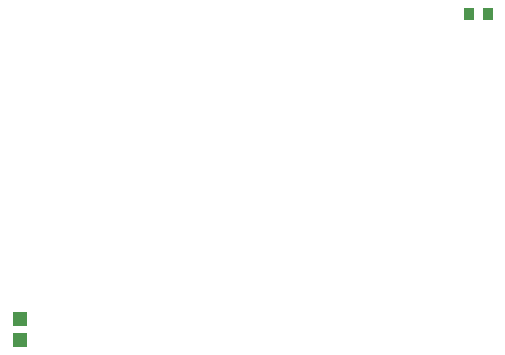
<source format=gbr>
G04 EAGLE Gerber RS-274X export*
G75*
%MOMM*%
%FSLAX34Y34*%
%LPD*%
%INSolderpaste Top*%
%IPPOS*%
%AMOC8*
5,1,8,0,0,1.08239X$1,22.5*%
G01*
%ADD10R,0.949959X1.031241*%
%ADD11R,1.270000X1.143000*%


D10*
X512699Y342900D03*
X528701Y342900D03*
D11*
X132080Y85090D03*
X132080Y67310D03*
M02*

</source>
